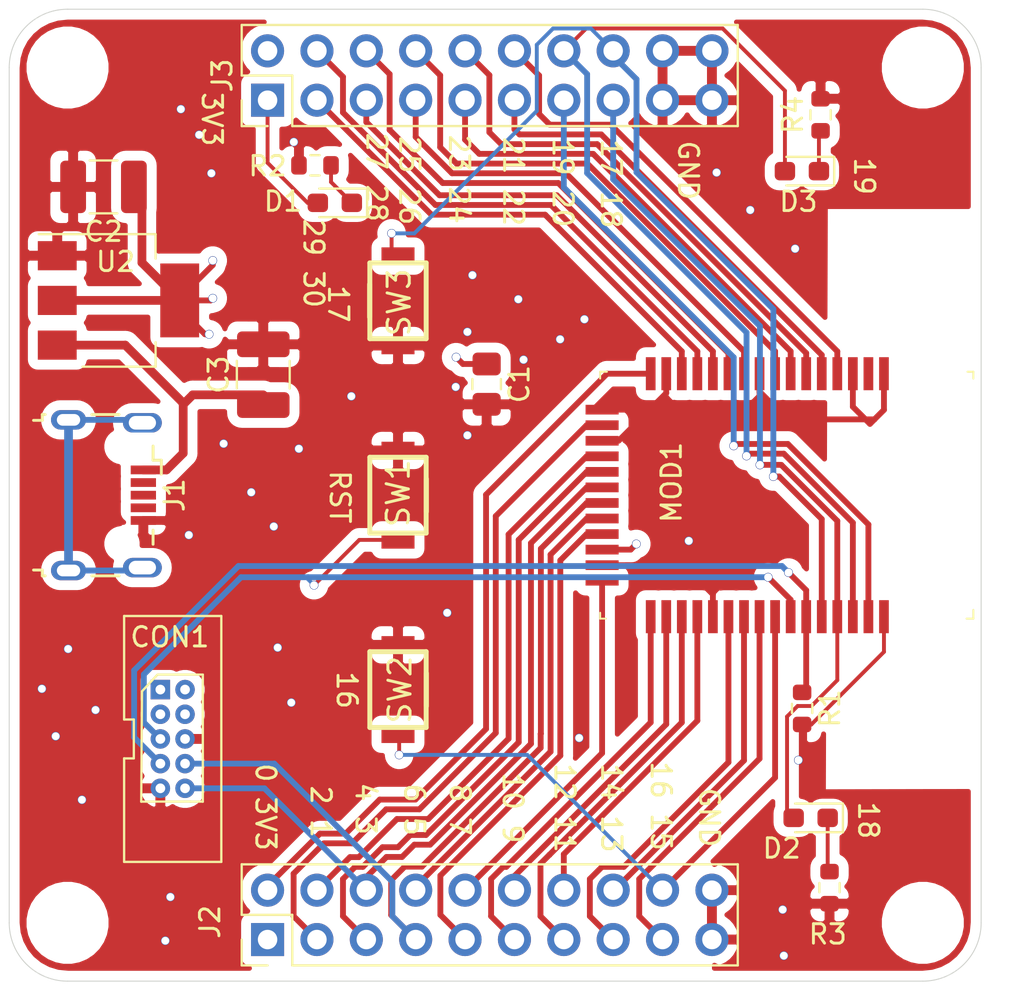
<source format=kicad_pcb>
(kicad_pcb (version 20171130) (host pcbnew "(5.1.10-1-10_14)")
  (layers (0 F.Cu signal) (1 GND signal) (2 PWR signal) (31 B.Cu signal) (34 B.Paste user) (35 F.Paste user) (36 B.SilkS user) (37 F.SilkS user) (38 B.Mask user) (39 F.Mask user) (44 Edge.Cuts user))
  (net 0 "")
  (net 1 GND)
  (net 2 +3V3)
  (net 3 SWCLK)
  (net 4 SWDIO)
  (net 5 "Net-(J1-Pad0)")
  (net 6 IO_4)
  (net 7 IO_5)
  (net 8 VBUS)
  (net 9 IO_16)
  (net 10 IO_15)
  (net 11 IO_14)
  (net 12 IO_13)
  (net 13 IO_12)
  (net 14 IO_11)
  (net 15 IO_10)
  (net 16 IO_9)
  (net 17 IO_8)
  (net 18 IO_7)
  (net 19 IO_6)
  (net 20 IO_3)
  (net 21 IO_2)
  (net 22 IO_1)
  (net 23 IO_0)
  (net 24 IO_17)
  (net 25 IO_18)
  (net 26 IO_19)
  (net 27 IO_20)
  (net 28 IO_21)
  (net 29 IO_22)
  (net 30 IO_23)
  (net 31 IO_24)
  (net 32 IO_25)
  (net 33 IO_26)
  (net 34 IO_27)
  (net 35 IO_28)
  (net 36 IO_29)
  (net 37 IO_30)
  (net 38 "Net-(D1-Pad1)")
  (net 39 "Net-(D2-Pad1)")
  (net 40 "Net-(D3-Pad1)")
  (module Capacitor_SMD:C_1210_3225Metric_Pad1.33x2.70mm_HandSolder (layer F.Cu) (at 113.07 68.8 90)
    (fp_text reference C3 (at 0 -2.3 90) (layer F.SilkS))
    (fp_text value C_Small)
    (pad 2 smd roundrect (at 1.5625 0 90) (size 1.325 2.7) (layers F.Cu F.Paste F.Mask) (roundrect_rratio 0.1886784905660377) (net 1 GND))
    (pad 1 smd roundrect (at -1.5625 0 90) (size 1.325 2.7) (layers F.Cu F.Paste F.Mask) (roundrect_rratio 0.1886784905660377) (net 8 VBUS))
  )
  (module Capacitor_SMD:C_1210_3225Metric_Pad1.33x2.70mm_HandSolder (layer F.Cu) (at 104.85 59.14 180)
    (fp_text reference C2 (at 0 -2.3) (layer F.SilkS))
    (fp_text value C_Small)
    (pad 2 smd roundrect (at 1.5625 0 180) (size 1.325 2.7) (layers F.Cu F.Paste F.Mask) (roundrect_rratio 0.1886784905660377) (net 1 GND))
    (pad 1 smd roundrect (at -1.5625 0 180) (size 1.325 2.7) (layers F.Cu F.Paste F.Mask) (roundrect_rratio 0.1886784905660377) (net 2 +3V3))
  )
  (module mybays_modules:BLUETOOTH_MODULE_BL600-SA (layer F.Cu) (at 140 75 270)
    (fp_text reference MOD1 (at -0.66 5.93 270) (layer F.SilkS))
    (fp_text value BL600-SA)
    (pad 12 smd rect (at 4.400042 9.499854 270) (size 0.5 1.7) (layers F.Cu F.Paste F.Mask) (net 17 IO_8))
    (pad 11 smd rect (at 3.599942 9.499854 270) (size 0.5 1.7) (layers F.Cu F.Paste F.Mask) (net 1 GND))
    (pad 10 smd rect (at 2.800096 9.499854 270) (size 0.5 1.7) (layers F.Cu F.Paste F.Mask) (net 2 +3V3))
    (pad 9 smd rect (at 1.999996 9.499854 270) (size 0.5 1.7) (layers F.Cu F.Paste F.Mask) (net 18 IO_7))
    (pad 8 smd rect (at 1.199896 9.499854 270) (size 0.5 1.7) (layers F.Cu F.Paste F.Mask) (net 19 IO_6))
    (pad 7 smd rect (at 0.40005 9.499854 270) (size 0.5 1.7) (layers F.Cu F.Paste F.Mask) (net 7 IO_5))
    (pad 6 smd rect (at -0.40005 9.499854 270) (size 0.5 1.7) (layers F.Cu F.Paste F.Mask) (net 6 IO_4))
    (pad 5 smd rect (at -1.199896 9.499854 270) (size 0.5 1.7) (layers F.Cu F.Paste F.Mask) (net 20 IO_3))
    (pad 4 smd rect (at -1.999996 9.499854 270) (size 0.5 1.7) (layers F.Cu F.Paste F.Mask) (net 21 IO_2))
    (pad 3 smd rect (at -2.800096 9.499854 270) (size 0.5 1.7) (layers F.Cu F.Paste F.Mask) (net 1 GND))
    (pad 2 smd rect (at -3.599942 9.499854 270) (size 0.5 1.7) (layers F.Cu F.Paste F.Mask) (net 22 IO_1))
    (pad 28 smd rect (at 6.249924 -4.99999 270) (size 1.700022 0.499872) (layers F.Cu F.Paste F.Mask) (net 1 GND))
    (pad 27 smd rect (at 6.249924 -4.19989 270) (size 1.700022 0.499872) (layers F.Cu F.Paste F.Mask) (net 27 IO_20))
    (pad 26 smd rect (at 6.249924 -3.400044 270) (size 1.700022 0.499872) (layers F.Cu F.Paste F.Mask) (net 26 IO_19))
    (pad 25 smd rect (at 6.249924 -2.599944 270) (size 1.700022 0.499872) (layers F.Cu F.Paste F.Mask) (net 25 IO_18))
    (pad 24 smd rect (at 6.249924 -1.800098 270) (size 1.700022 0.499872) (layers F.Cu F.Paste F.Mask) (net 24 IO_17))
    (pad 23 smd rect (at 6.249924 -0.999998 270) (size 1.700022 0.499872) (layers F.Cu F.Paste F.Mask) (net 3 SWCLK))
    (pad 22 smd rect (at 6.249924 -0.199898 270) (size 1.700022 0.499872) (layers F.Cu F.Paste F.Mask) (net 4 SWDIO))
    (pad 21 smd rect (at 6.249924 0.599948 270) (size 1.700022 0.499872) (layers F.Cu F.Paste F.Mask) (net 9 IO_16))
    (pad 20 smd rect (at 6.249924 1.400048 270) (size 1.700022 0.499872) (layers F.Cu F.Paste F.Mask) (net 10 IO_15))
    (pad 19 smd rect (at 6.249924 2.199894 270) (size 1.700022 0.499872) (layers F.Cu F.Paste F.Mask) (net 11 IO_14))
    (pad 18 smd rect (at 6.249924 2.999994 270) (size 1.700022 0.499872) (layers F.Cu F.Paste F.Mask) (net 12 IO_13))
    (pad 17 smd rect (at 6.249924 3.800094 270) (size 1.700022 0.499872) (layers F.Cu F.Paste F.Mask) (net 1 GND))
    (pad 16 smd rect (at 6.249924 4.59994 270) (size 1.700022 0.499872) (layers F.Cu F.Paste F.Mask) (net 13 IO_12))
    (pad 15 smd rect (at 6.249924 5.40004 270) (size 1.700022 0.499872) (layers F.Cu F.Paste F.Mask) (net 14 IO_11))
    (pad 14 smd rect (at 6.249924 6.199886 270) (size 1.700022 0.499872) (layers F.Cu F.Paste F.Mask) (net 15 IO_10))
    (pad 13 smd rect (at 6.249924 6.999986 270) (size 1.700022 0.499872) (layers F.Cu F.Paste F.Mask) (net 16 IO_9))
    (pad 44 smd rect (at -6.249924 6.999986 270) (size 1.700022 0.499872) (layers F.Cu F.Paste F.Mask) (net 23 IO_0))
    (pad 43 smd rect (at -6.249924 6.199886 270) (size 1.700022 0.499872) (layers F.Cu F.Paste F.Mask) (net 1 GND))
    (pad 42 smd rect (at -6.249924 5.40004 270) (size 1.700022 0.499872) (layers F.Cu F.Paste F.Mask) (net 37 IO_30))
    (pad 41 smd rect (at -6.249924 4.59994 270) (size 1.700022 0.499872) (layers F.Cu F.Paste F.Mask) (net 36 IO_29))
    (pad 40 smd rect (at -6.249924 3.800094 270) (size 1.700022 0.499872) (layers F.Cu F.Paste F.Mask) (net 35 IO_28))
    (pad 39 smd rect (at -6.249924 2.999994 270) (size 1.700022 0.499872) (layers F.Cu F.Paste F.Mask) (net 34 IO_27))
    (pad 38 smd rect (at -6.249924 2.199894 270) (size 1.700022 0.499872) (layers F.Cu F.Paste F.Mask) (net 33 IO_26))
    (pad 37 smd rect (at -6.249924 1.400048 270) (size 1.700022 0.499872) (layers F.Cu F.Paste F.Mask) (net 1 GND))
    (pad 36 smd rect (at -6.249924 0.599948 270) (size 1.700022 0.499872) (layers F.Cu F.Paste F.Mask) (net 32 IO_25))
    (pad 35 smd rect (at -6.249924 -0.199898 270) (size 1.700022 0.499872) (layers F.Cu F.Paste F.Mask) (net 31 IO_24))
    (pad 34 smd rect (at -6.249924 -0.999998 270) (size 1.700022 0.499872) (layers F.Cu F.Paste F.Mask) (net 30 IO_23))
    (pad 33 smd rect (at -6.249924 -1.800098 270) (size 1.700022 0.499872) (layers F.Cu F.Paste F.Mask) (net 29 IO_22))
    (pad 32 smd rect (at -6.249924 -2.599944 270) (size 1.700022 0.499872) (layers F.Cu F.Paste F.Mask) (net 28 IO_21))
    (pad 31 smd rect (at -6.249924 -3.400044 270) (size 1.700022 0.499872) (layers F.Cu F.Paste F.Mask) (net 1 GND))
    (pad 30 smd rect (at -6.249924 -4.19989 270) (size 1.700022 0.499872) (layers F.Cu F.Paste F.Mask))
    (pad 1 smd rect (at -4.400042 9.499854 270) (size 0.5 1.7) (layers F.Cu F.Paste F.Mask) (net 1 GND))
    (pad 29 smd rect (at -6.249924 -4.99999 270) (size 1.700022 0.499872) (layers F.Cu F.Paste F.Mask) (net 1 GND))
  )
  (module Capacitor_SMD:C_0805_2012Metric_Pad1.18x1.45mm_HandSolder (layer F.Cu) (at 124.56 69.2875 270)
    (fp_text reference C1 (at 0 -1.68 90) (layer F.SilkS))
    (fp_text value C_Small)
    (pad 2 smd roundrect (at 1.0375 0 270) (size 1.175 1.45) (layers F.Cu F.Paste F.Mask) (roundrect_rratio 0.2127659574468085) (net 1 GND))
    (pad 1 smd roundrect (at -1.0375 0 270) (size 1.175 1.45) (layers F.Cu F.Paste F.Mask) (roundrect_rratio 0.2127659574468085) (net 2 +3V3))
  )
  (module mybays_connector:turtlekey (layer F.Cu) (at 120 65 270)
    (fp_text reference SW3 (at -1.76 -0.06 90) (layer F.SilkS) (effects (font (size 1.143 1.143) (thickness 0.1524)) (justify right)))
    (fp_text value SW_Push)
    (pad 1 smd rect (at -2.29997 0 270) (size 0.899998 1.699997) (layers F.Cu F.Paste F.Mask) (net 24 IO_17))
    (pad 2 smd rect (at 2.29997 0 270) (size 0.899998 1.699997) (layers F.Cu F.Paste F.Mask) (net 1 GND))
  )
  (module mybays_connector:turtlekey (layer F.Cu) (at 120 85 90)
    (fp_text reference SW2 (at -1.85 0.1 90) (layer F.SilkS) (effects (font (size 1.143 1.143) (thickness 0.1524)) (justify left)))
    (fp_text value SW_Push)
    (pad 1 smd rect (at -2.29997 0 90) (size 0.899998 1.699997) (layers F.Cu F.Paste F.Mask) (net 9 IO_16))
    (pad 2 smd rect (at 2.29997 0 90) (size 0.899998 1.699997) (layers F.Cu F.Paste F.Mask) (net 1 GND))
  )
  (module mybays_connector:turtlekey (layer F.Cu) (at 120 75 90)
    (fp_text reference SW1 (at -1.74 0.01 90) (layer F.SilkS) (effects (font (size 1.143 1.143) (thickness 0.1524)) (justify left)))
    (fp_text value SW_Push)
    (pad 1 smd rect (at -2.29997 0 90) (size 0.899998 1.699997) (layers F.Cu F.Paste F.Mask) (net 4 SWDIO))
    (pad 2 smd rect (at 2.29997 0 90) (size 0.899998 1.699997) (layers F.Cu F.Paste F.Mask) (net 1 GND))
  )
  (module Resistor_SMD:R_0603_1608Metric (layer F.Cu) (at 141.74 55.43 90)
    (fp_text reference R4 (at 0 -1.43 90) (layer F.SilkS))
    (fp_text value 12K)
    (pad 2 smd roundrect (at 0.825 0 90) (size 0.8 0.95) (layers F.Cu F.Paste F.Mask) (net 1 GND))
    (pad 1 smd roundrect (at -0.825 0 90) (size 0.8 0.95) (layers F.Cu F.Paste F.Mask) (net 40 "Net-(D3-Pad1)"))
  )
  (module Resistor_SMD:R_0603_1608Metric (layer F.Cu) (at 142.2 95.19 270)
    (fp_text reference R3 (at 2.4 0.09) (layer F.SilkS))
    (fp_text value 12K)
    (pad 2 smd roundrect (at 0.825 0 270) (size 0.8 0.95) (layers F.Cu F.Paste F.Mask) (net 1 GND))
    (pad 1 smd roundrect (at -0.825 0 270) (size 0.8 0.95) (layers F.Cu F.Paste F.Mask) (net 39 "Net-(D2-Pad1)"))
  )
  (module Resistor_SMD:R_0603_1608Metric (layer F.Cu) (at 115.73 58.03 180)
    (fp_text reference R2 (at 2.44 -0.04) (layer F.SilkS))
    (fp_text value 12K)
    (pad 2 smd roundrect (at 0.825 0 180) (size 0.8 0.95) (layers F.Cu F.Paste F.Mask) (net 1 GND))
    (pad 1 smd roundrect (at -0.825 0 180) (size 0.8 0.95) (layers F.Cu F.Paste F.Mask) (net 38 "Net-(D1-Pad1)"))
  )
  (module LED_SMD:LED_0603_1608Metric_Pad1.05x0.95mm_HandSolder (layer F.Cu) (at 140.78 58.33 180)
    (fp_text reference D3 (at 0.18 -1.57) (layer F.SilkS))
    (fp_text value LED)
    (pad 2 smd roundrect (at 0.875 0 180) (size 1.05 0.95) (layers F.Cu F.Paste F.Mask) (net 26 IO_19))
    (pad 1 smd roundrect (at -0.875 0 180) (size 1.05 0.95) (layers F.Cu F.Paste F.Mask) (net 40 "Net-(D3-Pad1)"))
  )
  (module LED_SMD:LED_0603_1608Metric_Pad1.05x0.95mm_HandSolder (layer F.Cu) (at 141.23 91.6 180)
    (fp_text reference D2 (at 1.49 -1.57) (layer F.SilkS))
    (fp_text value LED)
    (pad 2 smd roundrect (at 0.875 0 180) (size 1.05 0.95) (layers F.Cu F.Paste F.Mask) (net 25 IO_18))
    (pad 1 smd roundrect (at -0.875 0 180) (size 1.05 0.95) (layers F.Cu F.Paste F.Mask) (net 39 "Net-(D2-Pad1)"))
  )
  (module LED_SMD:LED_0603_1608Metric_Pad1.05x0.95mm_HandSolder (layer F.Cu) (at 116.75 59.96 180)
    (fp_text reference D1 (at 2.67 0.07) (layer F.SilkS))
    (fp_text value LED)
    (pad 2 smd roundrect (at 0.875 0 180) (size 1.05 0.95) (layers F.Cu F.Paste F.Mask) (net 2 +3V3))
    (pad 1 smd roundrect (at -0.875 0 180) (size 1.05 0.95) (layers F.Cu F.Paste F.Mask) (net 38 "Net-(D1-Pad1)"))
  )
  (module Package_TO_SOT_SMD:SOT-223-3_TabPin2 (layer F.Cu) (at 105.62 64.98)
    (fp_text reference U2 (at -0.15 -1.99) (layer F.SilkS))
    (fp_text value LM1117-3.3)
    (pad 1 smd rect (at -3.15 -2.3) (size 2 1.5) (layers F.Cu F.Paste F.Mask) (net 1 GND))
    (pad 3 smd rect (at -3.15 2.3) (size 2 1.5) (layers F.Cu F.Paste F.Mask) (net 8 VBUS))
    (pad 2 smd rect (at -3.15 0) (size 2 1.5) (layers F.Cu F.Paste F.Mask) (net 2 +3V3))
    (pad 2 smd rect (at 3.15 0) (size 2 3.8) (layers F.Cu F.Paste F.Mask) (net 2 +3V3))
  )
  (module Resistor_SMD:R_0603_1608Metric (layer F.Cu) (at 140.79 85.97 270)
    (fp_text reference R1 (at 0 -1.43 90) (layer F.SilkS))
    (fp_text value 12K)
    (pad 2 smd roundrect (at 0.825 0 270) (size 0.8 0.95) (layers F.Cu F.Paste F.Mask) (net 1 GND))
    (pad 1 smd roundrect (at -0.825 0 270) (size 0.8 0.95) (layers F.Cu F.Paste F.Mask) (net 3 SWCLK))
  )
  (module Connector_PinHeader_2.54mm:PinHeader_2x10_P2.54mm_Vertical (layer F.Cu) (at 113.29 54.68 90)
    (fp_text reference J3 (at 1.27 -2.33 90) (layer F.SilkS))
    (fp_text value Conn_02x10_Odd_Even)
    (pad 20 thru_hole oval (at 2.54 22.86 90) (size 1.7 1.7) (drill 1) (layers *.Cu *.Mask) (net 1 GND))
    (pad 19 thru_hole oval (at 0 22.86 90) (size 1.7 1.7) (drill 1) (layers *.Cu *.Mask) (net 1 GND))
    (pad 18 thru_hole oval (at 2.54 20.32 90) (size 1.7 1.7) (drill 1) (layers *.Cu *.Mask) (net 1 GND))
    (pad 17 thru_hole oval (at 0 20.32 90) (size 1.7 1.7) (drill 1) (layers *.Cu *.Mask) (net 1 GND))
    (pad 16 thru_hole oval (at 2.54 17.78 90) (size 1.7 1.7) (drill 1) (layers *.Cu *.Mask) (net 24 IO_17))
    (pad 15 thru_hole oval (at 0 17.78 90) (size 1.7 1.7) (drill 1) (layers *.Cu *.Mask) (net 25 IO_18))
    (pad 14 thru_hole oval (at 2.54 15.24 90) (size 1.7 1.7) (drill 1) (layers *.Cu *.Mask) (net 26 IO_19))
    (pad 13 thru_hole oval (at 0 15.24 90) (size 1.7 1.7) (drill 1) (layers *.Cu *.Mask) (net 27 IO_20))
    (pad 12 thru_hole oval (at 2.54 12.7 90) (size 1.7 1.7) (drill 1) (layers *.Cu *.Mask) (net 28 IO_21))
    (pad 11 thru_hole oval (at 0 12.7 90) (size 1.7 1.7) (drill 1) (layers *.Cu *.Mask) (net 29 IO_22))
    (pad 10 thru_hole oval (at 2.54 10.16 90) (size 1.7 1.7) (drill 1) (layers *.Cu *.Mask) (net 30 IO_23))
    (pad 9 thru_hole oval (at 0 10.16 90) (size 1.7 1.7) (drill 1) (layers *.Cu *.Mask) (net 31 IO_24))
    (pad 8 thru_hole oval (at 2.54 7.62 90) (size 1.7 1.7) (drill 1) (layers *.Cu *.Mask) (net 32 IO_25))
    (pad 7 thru_hole oval (at 0 7.62 90) (size 1.7 1.7) (drill 1) (layers *.Cu *.Mask) (net 33 IO_26))
    (pad 6 thru_hole oval (at 2.54 5.08 90) (size 1.7 1.7) (drill 1) (layers *.Cu *.Mask) (net 34 IO_27))
    (pad 5 thru_hole oval (at 0 5.08 90) (size 1.7 1.7) (drill 1) (layers *.Cu *.Mask) (net 35 IO_28))
    (pad 4 thru_hole oval (at 2.54 2.54 90) (size 1.7 1.7) (drill 1) (layers *.Cu *.Mask) (net 36 IO_29))
    (pad 3 thru_hole oval (at 0 2.54 90) (size 1.7 1.7) (drill 1) (layers *.Cu *.Mask) (net 37 IO_30))
    (pad 2 thru_hole oval (at 2.54 0 90) (size 1.7 1.7) (drill 1) (layers *.Cu *.Mask) (net 2 +3V3))
    (pad 1 thru_hole rect (at 0 0 90) (size 1.7 1.7) (drill 1) (layers *.Cu *.Mask) (net 2 +3V3))
  )
  (module Connector_PinHeader_2.54mm:PinHeader_2x10_P2.54mm_Vertical (layer F.Cu) (at 113.29 97.86 90)
    (fp_text reference J2 (at 0.91 -2.96 90) (layer F.SilkS))
    (fp_text value Conn_02x10_Odd_Even)
    (pad 20 thru_hole oval (at 2.54 22.86 90) (size 1.7 1.7) (drill 1) (layers *.Cu *.Mask) (net 1 GND))
    (pad 19 thru_hole oval (at 0 22.86 90) (size 1.7 1.7) (drill 1) (layers *.Cu *.Mask) (net 1 GND))
    (pad 18 thru_hole oval (at 2.54 20.32 90) (size 1.7 1.7) (drill 1) (layers *.Cu *.Mask) (net 9 IO_16))
    (pad 17 thru_hole oval (at 0 20.32 90) (size 1.7 1.7) (drill 1) (layers *.Cu *.Mask) (net 10 IO_15))
    (pad 16 thru_hole oval (at 2.54 17.78 90) (size 1.7 1.7) (drill 1) (layers *.Cu *.Mask) (net 11 IO_14))
    (pad 15 thru_hole oval (at 0 17.78 90) (size 1.7 1.7) (drill 1) (layers *.Cu *.Mask) (net 12 IO_13))
    (pad 14 thru_hole oval (at 2.54 15.24 90) (size 1.7 1.7) (drill 1) (layers *.Cu *.Mask) (net 13 IO_12))
    (pad 13 thru_hole oval (at 0 15.24 90) (size 1.7 1.7) (drill 1) (layers *.Cu *.Mask) (net 14 IO_11))
    (pad 12 thru_hole oval (at 2.54 12.7 90) (size 1.7 1.7) (drill 1) (layers *.Cu *.Mask) (net 15 IO_10))
    (pad 11 thru_hole oval (at 0 12.7 90) (size 1.7 1.7) (drill 1) (layers *.Cu *.Mask) (net 16 IO_9))
    (pad 10 thru_hole oval (at 2.54 10.16 90) (size 1.7 1.7) (drill 1) (layers *.Cu *.Mask) (net 17 IO_8))
    (pad 9 thru_hole oval (at 0 10.16 90) (size 1.7 1.7) (drill 1) (layers *.Cu *.Mask) (net 18 IO_7))
    (pad 8 thru_hole oval (at 2.54 7.62 90) (size 1.7 1.7) (drill 1) (layers *.Cu *.Mask) (net 19 IO_6))
    (pad 7 thru_hole oval (at 0 7.62 90) (size 1.7 1.7) (drill 1) (layers *.Cu *.Mask) (net 7 IO_5))
    (pad 6 thru_hole oval (at 2.54 5.08 90) (size 1.7 1.7) (drill 1) (layers *.Cu *.Mask) (net 6 IO_4))
    (pad 5 thru_hole oval (at 0 5.08 90) (size 1.7 1.7) (drill 1) (layers *.Cu *.Mask) (net 20 IO_3))
    (pad 4 thru_hole oval (at 2.54 2.54 90) (size 1.7 1.7) (drill 1) (layers *.Cu *.Mask) (net 21 IO_2))
    (pad 3 thru_hole oval (at 0 2.54 90) (size 1.7 1.7) (drill 1) (layers *.Cu *.Mask) (net 22 IO_1))
    (pad 2 thru_hole oval (at 2.54 0 90) (size 1.7 1.7) (drill 1) (layers *.Cu *.Mask) (net 23 IO_0))
    (pad 1 thru_hole rect (at 0 0 90) (size 1.7 1.7) (drill 1) (layers *.Cu *.Mask) (net 2 +3V3))
  )
  (module mybays_connector:USB_Micro-B_Wuerth_629105150521_CircularHoles (layer F.Cu) (at 105 75 270)
    (fp_text reference J1 (at 0 -3.5 90) (layer F.SilkS))
    (fp_text value microusb)
    (pad "" np_thru_hole circle (at 2.5 -0.8 270) (size 0.8 0.8) (drill 0.8) (layers *.Cu *.Mask))
    (pad "" np_thru_hole circle (at -2.5 -0.8 270) (size 0.8 0.8) (drill 0.8) (layers *.Cu *.Mask))
    (pad 0 thru_hole oval (at 3.875 1.95 270) (size 1 1.8) (drill oval 0.6 1.2) (layers *.Cu *.Mask) (net 5 "Net-(J1-Pad0)"))
    (pad 0 thru_hole oval (at -3.875 1.95 270) (size 1 1.8) (drill oval 0.6 1.2) (layers *.Cu *.Mask) (net 5 "Net-(J1-Pad0)"))
    (pad 0 thru_hole oval (at 3.725 -1.85 270) (size 1 2) (drill oval 0.7 1.4) (layers *.Cu *.Mask) (net 5 "Net-(J1-Pad0)"))
    (pad 0 thru_hole oval (at -3.725 -1.85 270) (size 1 2) (drill oval 0.7 1.4) (layers *.Cu *.Mask) (net 5 "Net-(J1-Pad0)"))
    (pad 5 smd rect (at 1.3 -1.9 270) (size 0.45 1.3) (layers F.Cu F.Paste F.Mask) (net 1 GND))
    (pad 4 smd rect (at 0.65 -1.9 270) (size 0.45 1.3) (layers F.Cu F.Paste F.Mask))
    (pad 3 smd rect (at 0 -1.9 270) (size 0.45 1.3) (layers F.Cu F.Paste F.Mask))
    (pad 2 smd rect (at -0.65 -1.9 270) (size 0.45 1.3) (layers F.Cu F.Paste F.Mask))
    (pad 1 smd rect (at -1.3 -1.9 270) (size 0.45 1.3) (layers F.Cu F.Paste F.Mask) (net 8 VBUS))
  )
  (module MountingHole:MountingHole_3.2mm_M3 (layer F.Cu) (at 147 97)
    (fp_text reference H4 (at 0.04 -0.04) (layer F.SilkS))
    (fp_text value MountingHole)
    (pad 1 np_thru_hole circle (at 0 0) (size 3.2 3.2) (drill 3.2) (layers *.Cu *.Mask))
  )
  (module MountingHole:MountingHole_3.2mm_M3 (layer F.Cu) (at 103 97)
    (fp_text reference H3 (at -0.09 0.2) (layer F.SilkS))
    (fp_text value MountingHole)
    (pad 1 np_thru_hole circle (at 0 0) (size 3.2 3.2) (drill 3.2) (layers *.Cu *.Mask))
  )
  (module MountingHole:MountingHole_3.2mm_M3 (layer F.Cu) (at 147 53)
    (fp_text reference H2 (at -0.3 0.33) (layer F.SilkS))
    (fp_text value MountingHole)
    (pad 1 np_thru_hole circle (at 0 0) (size 3.2 3.2) (drill 3.2) (layers *.Cu *.Mask))
  )
  (module MountingHole:MountingHole_3.2mm_M3 (layer F.Cu) (at 103 53)
    (fp_text reference H1 (at -0.06 -0.22) (layer F.SilkS))
    (fp_text value MountingHole)
    (pad 1 np_thru_hole circle (at 0 0) (size 3.2 3.2) (drill 3.2) (layers *.Cu *.Mask))
  )
  (module mybays_connector:debugger_2x05_P1.27mm_Vertical (layer F.Cu) (at 108.41 87.54)
    (fp_text reference CON1 (at -0.15 -5.24) (layer F.SilkS))
    (fp_text value CORTEX-DEBUGGER)
    (pad 9 thru_hole oval (at -0.635 2.54) (size 1 1) (drill 0.5) (layers *.Cu *.Mask) (net 1 GND))
    (pad 10 thru_hole oval (at 0.635 2.54) (size 1 1) (drill 0.5) (layers *.Cu *.Mask) (net 6 IO_4))
    (pad 7 thru_hole oval (at -0.635 1.27) (size 1 1) (drill 0.5) (layers *.Cu *.Mask) (net 3 SWCLK))
    (pad 8 thru_hole oval (at 0.635 1.27) (size 1 1) (drill 0.5) (layers *.Cu *.Mask) (net 7 IO_5))
    (pad 5 thru_hole oval (at -0.635 0) (size 1 1) (drill 0.5) (layers *.Cu *.Mask) (net 4 SWDIO))
    (pad 6 thru_hole oval (at 0.635 0) (size 1 1) (drill 0.5) (layers *.Cu *.Mask) (net 1 GND))
    (pad 3 thru_hole oval (at -0.635 -1.27) (size 1 1) (drill 0.5) (layers *.Cu *.Mask) (net 2 +3V3))
    (pad 4 thru_hole oval (at 0.635 -1.27) (size 1 1) (drill 0.5) (layers *.Cu *.Mask))
    (pad 2 thru_hole oval (at 0.635 -2.54) (size 1 1) (drill 0.5) (layers *.Cu *.Mask))
    (pad 1 thru_hole rect (at -0.635 -2.54) (size 1 1) (drill 0.5) (layers *.Cu *.Mask))
  )
  (gr_text "0 3V3" (at 113.19 91.04 270) (layer F.SilkS) (effects (font (size 1 1))))
  (gr_text "2 1" (at 116.03 91.28 270) (layer F.SilkS) (effects (font (size 1 1))))
  (gr_text "4 3" (at 118.34 91.13 270) (layer F.SilkS) (effects (font (size 1 1))))
  (gr_text "6 5" (at 120.84 91.18 270) (layer F.SilkS) (effects (font (size 1 1))))
  (gr_text "8 7" (at 123.19 91.18 270) (layer F.SilkS) (effects (font (size 1 1))))
  (gr_text "10 9" (at 125.91 91.09 270) (layer F.SilkS) (effects (font (size 1 1))))
  (gr_text "12 11" (at 128.58 91.09 270) (layer F.SilkS) (effects (font (size 1 1))))
  (gr_text "14 13" (at 130.98 91.09 270) (layer F.SilkS) (effects (font (size 1 1))))
  (gr_text "16 15" (at 133.53 90.99 270) (layer F.SilkS) (effects (font (size 1 1))))
  (gr_text GND (at 136.01 91.58 270) (layer F.SilkS) (effects (font (size 1 1))))
  (gr_text 3V3 (at 110.43 55.66 270) (layer F.SilkS) (effects (font (size 1 1))))
  (gr_text "29 30" (at 115.66 63.07 270) (layer F.SilkS) (effects (font (size 1 1))))
  (gr_text "27 28" (at 118.9 58.64 270) (layer F.SilkS) (effects (font (size 1 1))))
  (gr_text "25 26" (at 120.59 58.81 270) (layer F.SilkS) (effects (font (size 1 1))))
  (gr_text "23 24" (at 123.15 58.74 270) (layer F.SilkS) (effects (font (size 1 1))))
  (gr_text "21 22" (at 125.94 58.86 270) (layer F.SilkS) (effects (font (size 1 1))))
  (gr_text "19 20" (at 128.48 58.93 270) (layer F.SilkS) (effects (font (size 1 1))))
  (gr_text "17 18" (at 130.96 58.98 270) (layer F.SilkS) (effects (font (size 1 1))))
  (gr_text GND (at 134.93 58.29 270) (layer F.SilkS) (effects (font (size 1 1))))
  (gr_text 16 (at 117.37 85.03 270) (layer F.SilkS) (effects (font (size 1 1))))
  (gr_text 17 (at 116.93 65.16 270) (layer F.SilkS) (effects (font (size 1 1))))
  (gr_text RST (at 117.01 75.09 270) (layer F.SilkS) (effects (font (size 1 1))))
  (gr_text 18 (at 144.2 91.73 270) (layer F.SilkS) (effects (font (size 1 1))))
  (gr_text 19 (at 143.99 58.59 270) (layer F.SilkS) (effects (font (size 1 1))))
  (gr_arc (start 103 97) (end 100 97) (angle -90) (layer Edge.Cuts) (width 0.05))
  (gr_arc (start 147 97) (end 147 100) (angle -90) (layer Edge.Cuts) (width 0.05))
  (gr_arc (start 147 53) (end 150 53) (angle -90) (layer Edge.Cuts) (width 0.05))
  (gr_arc (start 103 53) (end 103 50) (angle -90) (layer Edge.Cuts) (width 0.05))
  (gr_line (start 100 97) (end 100 53) (layer Edge.Cuts) (width 0.05))
  (gr_line (start 147 100) (end 103 100) (layer Edge.Cuts) (width 0.05))
  (gr_line (start 150 53) (end 150 97) (layer Edge.Cuts) (width 0.05))
  (gr_line (start 103 50) (end 147 50) (layer Edge.Cuts) (width 0.05))
  (via (at 140.6 88.63) (size 0.45) (drill 0.4) (layers F.Cu B.Cu) (net 1))
  (segment (start 140.79 88.44) (end 140.6 88.63) (width 0.3) (layer F.Cu) (net 1))
  (segment (start 140.79 86.795) (end 140.79 88.44) (width 0.3) (layer F.Cu) (net 1))
  (segment (start 134.699935 78.599942) (end 130.500146 78.599942) (width 0.3) (layer F.Cu) (net 1))
  (segment (start 136.199906 80.099913) (end 134.699935 78.599942) (width 0.3) (layer F.Cu) (net 1))
  (segment (start 136.199906 81.249924) (end 136.199906 80.099913) (width 0.3) (layer F.Cu) (net 1))
  (segment (start 144.99999 68.750076) (end 144.99999 70.61001) (width 0.3) (layer F.Cu) (net 1))
  (segment (start 143.400044 70.450044) (end 143.400044 68.750076) (width 0.3) (layer F.Cu) (net 1))
  (segment (start 144.28 71.33) (end 143.400044 70.450044) (width 0.3) (layer F.Cu) (net 1))
  (segment (start 144.51 71.1) (end 140.03 71.1) (width 0.3) (layer F.Cu) (net 1))
  (segment (start 144.99999 70.61001) (end 144.51 71.1) (width 0.3) (layer F.Cu) (net 1))
  (segment (start 144.51 71.1) (end 144.28 71.33) (width 0.3) (layer F.Cu) (net 1))
  (segment (start 138.599952 69.669952) (end 138.599952 68.750076) (width 0.3) (layer F.Cu) (net 1))
  (segment (start 140.03 71.1) (end 138.599952 69.669952) (width 0.3) (layer F.Cu) (net 1))
  (segment (start 138.599952 69.900087) (end 137.900081 70.599958) (width 0.3) (layer F.Cu) (net 1))
  (segment (start 138.599952 68.750076) (end 138.599952 69.900087) (width 0.3) (layer F.Cu) (net 1))
  (segment (start 133.800114 69.74982) (end 133.800114 68.750076) (width 0.3) (layer F.Cu) (net 1))
  (segment (start 131.35003 72.199904) (end 133.800114 69.74982) (width 0.3) (layer F.Cu) (net 1))
  (via (at 109.24 77.05) (size 0.45) (drill 0.4) (layers F.Cu B.Cu) (net 1))
  (segment (start 108.49 76.3) (end 109.24 77.05) (width 0.45) (layer F.Cu) (net 1))
  (segment (start 106.9 76.3) (end 108.49 76.3) (width 0.45) (layer F.Cu) (net 1))
  (via (at 134.96 77.35) (size 0.45) (drill 0.4) (layers F.Cu B.Cu) (net 1))
  (segment (start 134.699935 77.610065) (end 134.96 77.35) (width 0.45) (layer F.Cu) (net 1))
  (segment (start 134.699935 78.599942) (end 134.699935 77.610065) (width 0.45) (layer F.Cu) (net 1))
  (segment (start 144.99999 83.06001) (end 144.99999 81.249924) (width 0.2) (layer F.Cu) (net 1))
  (segment (start 141.265 86.795) (end 144.99999 83.06001) (width 0.2) (layer F.Cu) (net 1))
  (segment (start 140.79 86.795) (end 141.265 86.795) (width 0.2) (layer F.Cu) (net 1))
  (segment (start 132.529958 71.019976) (end 132.529958 70.599958) (width 0.2) (layer F.Cu) (net 1))
  (segment (start 130.500146 72.199904) (end 131.35003 72.199904) (width 0.2) (layer F.Cu) (net 1))
  (segment (start 131.35003 72.199904) (end 132.529958 71.019976) (width 0.2) (layer F.Cu) (net 1))
  (segment (start 132.529958 70.599958) (end 130.500146 70.599958) (width 0.3) (layer F.Cu) (net 1))
  (segment (start 137.900081 70.599958) (end 132.529958 70.599958) (width 0.3) (layer F.Cu) (net 1))
  (via (at 129.32 87.49) (size 0.45) (drill 0.4) (layers F.Cu B.Cu) (net 1))
  (segment (start 129.43 87.38) (end 129.32 87.49) (width 0.2) (layer F.Cu) (net 1))
  (via (at 108.83 55.14) (size 0.45) (drill 0.4) (layers F.Cu B.Cu) (net 1))
  (via (at 109.77 56.46) (size 0.45) (drill 0.4) (layers F.Cu B.Cu) (net 1))
  (via (at 110.4 58.44) (size 0.45) (drill 0.4) (layers F.Cu B.Cu) (net 1))
  (via (at 114.64 56.83) (size 0.45) (drill 0.4) (layers F.Cu B.Cu) (net 1))
  (segment (start 114.905 57.095) (end 114.64 56.83) (width 0.2) (layer F.Cu) (net 1))
  (segment (start 114.905 58.03) (end 114.905 57.095) (width 0.2) (layer F.Cu) (net 1))
  (via (at 123.83 63.68) (size 0.45) (drill 0.4) (layers F.Cu B.Cu) (net 1))
  (via (at 126.19 64.92) (size 0.45) (drill 0.4) (layers F.Cu B.Cu) (net 1))
  (via (at 122.97 69.43) (size 0.45) (drill 0.4) (layers F.Cu B.Cu) (net 1))
  (via (at 123.57 66.6) (size 0.45) (drill 0.4) (layers F.Cu B.Cu) (net 1))
  (via (at 126.46 68.03) (size 0.45) (drill 0.4) (layers F.Cu B.Cu) (net 1))
  (via (at 123.57 71.92) (size 0.45) (drill 0.4) (layers F.Cu B.Cu) (net 1))
  (via (at 129.59 65.95) (size 0.45) (drill 0.4) (layers F.Cu B.Cu) (net 1))
  (via (at 128.34 66.98) (size 0.45) (drill 0.4) (layers F.Cu B.Cu) (net 1))
  (via (at 117.6 69.91) (size 0.45) (drill 0.4) (layers F.Cu B.Cu) (net 1))
  (via (at 112.45 74.85) (size 0.45) (drill 0.4) (layers F.Cu B.Cu) (net 1))
  (via (at 113.61 76.61) (size 0.45) (drill 0.4) (layers F.Cu B.Cu) (net 1))
  (via (at 114.9 72.61) (size 0.45) (drill 0.4) (layers F.Cu B.Cu) (net 1))
  (via (at 111.03 72.35) (size 0.45) (drill 0.4) (layers F.Cu B.Cu) (net 1))
  (via (at 114.51 85.67) (size 0.45) (drill 0.4) (layers F.Cu B.Cu) (net 1))
  (via (at 113.81 82.84) (size 0.45) (drill 0.4) (layers F.Cu B.Cu) (net 1))
  (via (at 103.03 82.91) (size 0.45) (drill 0.4) (layers F.Cu B.Cu) (net 1))
  (via (at 102.39 87.4) (size 0.45) (drill 0.4) (layers F.Cu B.Cu) (net 1))
  (via (at 103.74 90.67) (size 0.45) (drill 0.4) (layers F.Cu B.Cu) (net 1))
  (via (at 104.44 86.05) (size 0.45) (drill 0.4) (layers F.Cu B.Cu) (net 1))
  (via (at 101.68 84.96) (size 0.45) (drill 0.4) (layers F.Cu B.Cu) (net 1))
  (via (at 140.43 62.32) (size 0.45) (drill 0.4) (layers F.Cu B.Cu) (net 1))
  (via (at 136.39 58.4) (size 0.45) (drill 0.4) (layers F.Cu B.Cu) (net 1))
  (via (at 138.12 60.33) (size 0.45) (drill 0.4) (layers F.Cu B.Cu) (net 1))
  (via (at 139.79 96.32) (size 0.45) (drill 0.4) (layers F.Cu B.Cu) (net 1))
  (via (at 139.85 98.69) (size 0.45) (drill 0.4) (layers F.Cu B.Cu) (net 1))
  (via (at 108.29 95.67) (size 0.45) (drill 0.4) (layers F.Cu B.Cu) (net 1))
  (via (at 108.03 97.92) (size 0.45) (drill 0.4) (layers F.Cu B.Cu) (net 1))
  (via (at 122.53 81.05) (size 0.45) (drill 0.4) (layers F.Cu B.Cu) (net 1))
  (via (at 110.47 64.87) (size 0.45) (drill 0.4) (layers F.Cu B.Cu) (net 2))
  (segment (start 110.36 64.98) (end 110.47 64.87) (width 0.3) (layer F.Cu) (net 2))
  (segment (start 108.77 64.98) (end 110.36 64.98) (width 0.3) (layer F.Cu) (net 2))
  (segment (start 108.77 64.98) (end 108.77 65.42) (width 0.3) (layer F.Cu) (net 2))
  (via (at 110.28 66.72) (size 0.45) (drill 0.4) (layers F.Cu B.Cu) (net 2))
  (segment (start 110.07 66.72) (end 110.28 66.72) (width 0.3) (layer F.Cu) (net 2))
  (segment (start 108.77 65.42) (end 110.07 66.72) (width 0.3) (layer F.Cu) (net 2))
  (segment (start 108.77 64.98) (end 108.77 64.86) (width 0.3) (layer F.Cu) (net 2))
  (via (at 110.47 62.93) (size 0.45) (drill 0.4) (layers F.Cu B.Cu) (net 2))
  (segment (start 110.47 63.16) (end 110.47 62.93) (width 0.3) (layer F.Cu) (net 2))
  (segment (start 108.77 64.86) (end 110.47 63.16) (width 0.3) (layer F.Cu) (net 2))
  (via (at 132.26 77.51) (size 0.45) (drill 0.4) (layers F.Cu B.Cu) (net 2))
  (segment (start 131.969904 77.800096) (end 132.26 77.51) (width 0.3) (layer F.Cu) (net 2))
  (segment (start 130.500146 77.800096) (end 131.969904 77.800096) (width 0.3) (layer F.Cu) (net 2))
  (segment (start 102.47 64.98) (end 102.9 64.98) (width 0.45) (layer F.Cu) (net 2))
  (segment (start 102.9 64.98) (end 108.77 64.98) (width 0.45) (layer F.Cu) (net 2))
  (segment (start 113.29 57.9) (end 113.29 54.68) (width 0.2) (layer F.Cu) (net 2))
  (segment (start 115.35 59.96) (end 113.29 57.9) (width 0.2) (layer F.Cu) (net 2))
  (segment (start 115.875 59.96) (end 115.35 59.96) (width 0.2) (layer F.Cu) (net 2))
  (segment (start 106.8275 63.0375) (end 108.77 64.98) (width 0.45) (layer F.Cu) (net 2))
  (segment (start 106.8275 59.15) (end 106.8275 63.0375) (width 0.45) (layer F.Cu) (net 2))
  (segment (start 130.500146 77.800096) (end 129.775638 77.800096) (width 0.2) (layer F.Cu) (net 2))
  (via (at 122.99 67.9) (size 0.45) (drill 0.4) (layers F.Cu B.Cu) (net 2))
  (segment (start 123.34 68.25) (end 122.99 67.9) (width 0.3) (layer F.Cu) (net 2))
  (segment (start 124.56 68.25) (end 123.34 68.25) (width 0.3) (layer F.Cu) (net 2))
  (via (at 140.09 78.98) (size 0.45) (drill 0.4) (layers F.Cu B.Cu) (net 3))
  (segment (start 106.424989 84.012889) (end 111.792879 78.644999) (width 0.3) (layer B.Cu) (net 3))
  (segment (start 139.754999 78.644999) (end 140.09 78.98) (width 0.3) (layer B.Cu) (net 3))
  (segment (start 106.424989 87.459989) (end 106.424989 84.012889) (width 0.3) (layer B.Cu) (net 3))
  (segment (start 111.792879 78.644999) (end 139.754999 78.644999) (width 0.3) (layer B.Cu) (net 3))
  (segment (start 107.775 88.81) (end 106.424989 87.459989) (width 0.3) (layer B.Cu) (net 3))
  (segment (start 140.999998 79.889998) (end 140.999998 81.249924) (width 0.3) (layer F.Cu) (net 3))
  (segment (start 140.09 78.98) (end 140.999998 79.889998) (width 0.3) (layer F.Cu) (net 3))
  (segment (start 140.999998 84.935002) (end 140.79 85.145) (width 0.3) (layer F.Cu) (net 3))
  (segment (start 140.999998 81.249924) (end 140.999998 84.935002) (width 0.3) (layer F.Cu) (net 3))
  (via (at 139.04 79.22) (size 0.45) (drill 0.4) (layers F.Cu B.Cu) (net 4))
  (segment (start 106.924999 84.219999) (end 111.924998 79.22) (width 0.3) (layer B.Cu) (net 4))
  (segment (start 106.924999 86.689999) (end 106.924999 84.219999) (width 0.3) (layer B.Cu) (net 4))
  (segment (start 107.775 87.54) (end 106.924999 86.689999) (width 0.3) (layer B.Cu) (net 4))
  (segment (start 140.199898 80.379898) (end 140.199898 81.249924) (width 0.3) (layer F.Cu) (net 4))
  (segment (start 139.04 79.22) (end 140.199898 80.379898) (width 0.3) (layer F.Cu) (net 4))
  (via (at 115.68 79.63) (size 0.45) (drill 0.4) (layers F.Cu B.Cu) (net 4))
  (segment (start 118.01003 77.29997) (end 115.68 79.63) (width 0.2) (layer F.Cu) (net 4))
  (segment (start 120 77.29997) (end 118.01003 77.29997) (width 0.2) (layer F.Cu) (net 4))
  (segment (start 115.38 79.33) (end 115.38 79.22) (width 0.2) (layer B.Cu) (net 4))
  (segment (start 115.68 79.63) (end 115.38 79.33) (width 0.2) (layer B.Cu) (net 4))
  (segment (start 115.38 79.22) (end 139.04 79.22) (width 0.3) (layer B.Cu) (net 4))
  (segment (start 111.924998 79.22) (end 115.38 79.22) (width 0.3) (layer B.Cu) (net 4))
  (segment (start 106.7 78.875) (end 106.85 78.725) (width 0.3) (layer B.Cu) (net 5))
  (segment (start 103.05 78.875) (end 106.7 78.875) (width 0.3) (layer B.Cu) (net 5))
  (segment (start 106.7 71.125) (end 106.85 71.275) (width 0.3) (layer B.Cu) (net 5))
  (segment (start 103.05 71.125) (end 106.7 71.125) (width 0.3) (layer B.Cu) (net 5))
  (segment (start 103.05 78.875) (end 103.05 71.125) (width 0.45) (layer B.Cu) (net 5))
  (segment (start 126.84 77.46513) (end 126.84 87.78864) (width 0.3) (layer F.Cu) (net 6))
  (segment (start 129.70518 74.59995) (end 126.84 77.46513) (width 0.3) (layer F.Cu) (net 6))
  (segment (start 130.500146 74.59995) (end 129.70518 74.59995) (width 0.3) (layer F.Cu) (net 6))
  (segment (start 126.84 87.78864) (end 121.64864 92.98) (width 0.3) (layer F.Cu) (net 6))
  (segment (start 120.84 92.98) (end 120.21001 93.60999) (width 0.3) (layer F.Cu) (net 6))
  (segment (start 120.21001 93.60999) (end 119.41001 93.60999) (width 0.3) (layer F.Cu) (net 6))
  (segment (start 121.64864 92.98) (end 120.84 92.98) (width 0.3) (layer F.Cu) (net 6))
  (segment (start 118.37 94.65) (end 118.37 95.32) (width 0.3) (layer F.Cu) (net 6))
  (segment (start 119.41001 93.60999) (end 118.37 94.65) (width 0.3) (layer F.Cu) (net 6))
  (segment (start 113.13 90.08) (end 118.37 95.32) (width 0.3) (layer B.Cu) (net 6))
  (segment (start 109.045 90.08) (end 113.13 90.08) (width 0.3) (layer B.Cu) (net 6))
  (segment (start 119.65 94.803998) (end 119.65 96.6) (width 0.3) (layer F.Cu) (net 7))
  (segment (start 120.343998 94.11) (end 119.65 94.803998) (width 0.3) (layer F.Cu) (net 7))
  (segment (start 121.22576 94.11) (end 120.343998 94.11) (width 0.3) (layer F.Cu) (net 7))
  (segment (start 119.65 96.6) (end 120.91 97.86) (width 0.3) (layer F.Cu) (net 7))
  (segment (start 127.34 87.99576) (end 121.22576 94.11) (width 0.3) (layer F.Cu) (net 7))
  (segment (start 127.34998 77.754996) (end 127.34998 87.27002) (width 0.3) (layer F.Cu) (net 7))
  (segment (start 127.34 87.28) (end 127.34 87.99576) (width 0.3) (layer F.Cu) (net 7))
  (segment (start 130.500146 75.40005) (end 129.704926 75.40005) (width 0.3) (layer F.Cu) (net 7))
  (segment (start 127.34998 87.27002) (end 127.34 87.28) (width 0.3) (layer F.Cu) (net 7))
  (segment (start 129.704926 75.40005) (end 127.34998 77.754996) (width 0.3) (layer F.Cu) (net 7))
  (segment (start 119.709999 96.659999) (end 120.91 97.86) (width 0.3) (layer B.Cu) (net 7))
  (segment (start 119.709999 94.883997) (end 119.709999 96.659999) (width 0.3) (layer B.Cu) (net 7))
  (segment (start 113.636002 88.81) (end 119.709999 94.883997) (width 0.3) (layer B.Cu) (net 7))
  (segment (start 109.045 88.81) (end 113.636002 88.81) (width 0.3) (layer B.Cu) (net 7))
  (segment (start 106.9 73.7) (end 108.09 73.7) (width 0.45) (layer F.Cu) (net 8))
  (segment (start 108.09 73.7) (end 108.95 72.84) (width 0.45) (layer F.Cu) (net 8))
  (segment (start 105.97 67.28) (end 102.47 67.28) (width 0.45) (layer F.Cu) (net 8))
  (segment (start 108.95 70.26) (end 105.97 67.28) (width 0.45) (layer F.Cu) (net 8))
  (segment (start 109.4425 69.8375) (end 108.95 70.33) (width 0.45) (layer F.Cu) (net 8))
  (segment (start 113.07 69.8375) (end 109.4425 69.8375) (width 0.45) (layer F.Cu) (net 8))
  (segment (start 108.95 70.33) (end 108.95 70.26) (width 0.45) (layer F.Cu) (net 8))
  (segment (start 108.95 72.84) (end 108.95 70.33) (width 0.45) (layer F.Cu) (net 8))
  (segment (start 139.400052 89.529948) (end 133.61 95.32) (width 0.3) (layer F.Cu) (net 9))
  (segment (start 139.400052 81.249924) (end 139.400052 89.529948) (width 0.3) (layer F.Cu) (net 9))
  (via (at 120.06 88.36) (size 0.45) (drill 0.4) (layers F.Cu B.Cu) (net 9))
  (segment (start 126.65 88.36) (end 120.06 88.36) (width 0.2) (layer B.Cu) (net 9))
  (segment (start 133.61 95.32) (end 126.65 88.36) (width 0.2) (layer B.Cu) (net 9))
  (segment (start 120.06 87.35997) (end 120 87.29997) (width 0.2) (layer F.Cu) (net 9))
  (segment (start 120.06 88.36) (end 120.06 87.35997) (width 0.2) (layer F.Cu) (net 9))
  (segment (start 132.409999 96.659999) (end 133.61 97.86) (width 0.3) (layer F.Cu) (net 10))
  (segment (start 132.409999 94.743999) (end 132.409999 96.659999) (width 0.3) (layer F.Cu) (net 10))
  (segment (start 138.599952 88.554046) (end 132.409999 94.743999) (width 0.3) (layer F.Cu) (net 10))
  (segment (start 138.599952 81.249924) (end 138.599952 88.554046) (width 0.3) (layer F.Cu) (net 10))
  (segment (start 137.800106 81.249924) (end 137.800106 88.646772) (width 0.3) (layer F.Cu) (net 11))
  (segment (start 131.126878 95.32) (end 131.07 95.32) (width 0.3) (layer F.Cu) (net 11))
  (segment (start 137.800106 88.646772) (end 131.126878 95.32) (width 0.3) (layer F.Cu) (net 11))
  (segment (start 137.000006 81.249924) (end 137.000006 88.739752) (width 0.3) (layer F.Cu) (net 12))
  (segment (start 129.869999 94.743999) (end 129.869999 96.659999) (width 0.3) (layer F.Cu) (net 12))
  (segment (start 129.869999 96.659999) (end 131.07 97.86) (width 0.3) (layer F.Cu) (net 12))
  (segment (start 130.493999 94.119999) (end 129.869999 94.743999) (width 0.3) (layer F.Cu) (net 12))
  (segment (start 131.619759 94.119999) (end 130.493999 94.119999) (width 0.3) (layer F.Cu) (net 12))
  (segment (start 137.000006 88.739752) (end 131.619759 94.119999) (width 0.3) (layer F.Cu) (net 12))
  (segment (start 135.40006 81.249924) (end 135.40006 86.59994) (width 0.3) (layer F.Cu) (net 13))
  (segment (start 128.53 93.47) (end 128.53 95.32) (width 0.3) (layer F.Cu) (net 13))
  (segment (start 135.40006 86.59994) (end 128.53 93.47) (width 0.3) (layer F.Cu) (net 13))
  (segment (start 134.59996 86.69292) (end 127.79288 93.5) (width 0.3) (layer F.Cu) (net 14))
  (segment (start 134.59996 81.249924) (end 134.59996 86.69292) (width 0.3) (layer F.Cu) (net 14))
  (segment (start 127.79288 93.5) (end 127.79 93.5) (width 0.3) (layer F.Cu) (net 14))
  (segment (start 127.329999 96.659999) (end 128.53 97.86) (width 0.3) (layer F.Cu) (net 14))
  (segment (start 127.329999 93.960001) (end 127.329999 96.659999) (width 0.3) (layer F.Cu) (net 14))
  (segment (start 127.79 93.5) (end 127.329999 93.960001) (width 0.3) (layer F.Cu) (net 14))
  (segment (start 133.800114 86.782766) (end 125.99 94.59288) (width 0.3) (layer F.Cu) (net 15))
  (segment (start 125.99 94.59288) (end 125.99 95.32) (width 0.3) (layer F.Cu) (net 15))
  (segment (start 133.800114 81.249924) (end 133.800114 86.782766) (width 0.3) (layer F.Cu) (net 15))
  (segment (start 133.000014 81.249924) (end 133.000014 86.689986) (width 0.3) (layer F.Cu) (net 16))
  (segment (start 124.789999 96.659999) (end 125.99 97.86) (width 0.3) (layer F.Cu) (net 16))
  (segment (start 124.789999 94.743999) (end 124.789999 96.659999) (width 0.3) (layer F.Cu) (net 16))
  (segment (start 125.413999 94.119999) (end 124.789999 94.743999) (width 0.3) (layer F.Cu) (net 16))
  (segment (start 125.570001 94.119999) (end 125.413999 94.119999) (width 0.3) (layer F.Cu) (net 16))
  (segment (start 133.000014 86.689986) (end 125.570001 94.119999) (width 0.3) (layer F.Cu) (net 16))
  (segment (start 130.500146 88.269854) (end 123.45 95.32) (width 0.3) (layer F.Cu) (net 17))
  (segment (start 130.500146 79.400042) (end 130.500146 88.269854) (width 0.3) (layer F.Cu) (net 17))
  (segment (start 129.704926 76.999996) (end 128.35 78.354922) (width 0.3) (layer F.Cu) (net 18))
  (segment (start 130.500146 76.999996) (end 129.704926 76.999996) (width 0.3) (layer F.Cu) (net 18))
  (segment (start 128.35 78.354922) (end 128.35 88.4) (width 0.3) (layer F.Cu) (net 18))
  (segment (start 128.35 88.4) (end 122.18 94.57) (width 0.3) (layer F.Cu) (net 18))
  (segment (start 122.18 96.59) (end 123.45 97.86) (width 0.3) (layer F.Cu) (net 18))
  (segment (start 122.18 94.57) (end 122.18 96.59) (width 0.3) (layer F.Cu) (net 18))
  (segment (start 129.70518 76.199896) (end 127.84999 78.055086) (width 0.3) (layer F.Cu) (net 19))
  (segment (start 130.500146 76.199896) (end 129.70518 76.199896) (width 0.3) (layer F.Cu) (net 19))
  (segment (start 120.91 95.13288) (end 120.91 95.32) (width 0.3) (layer F.Cu) (net 19))
  (segment (start 127.84999 88.19289) (end 120.91 95.13288) (width 0.3) (layer F.Cu) (net 19))
  (segment (start 127.84999 78.055086) (end 127.84999 88.19289) (width 0.3) (layer F.Cu) (net 19))
  (segment (start 126.21 87.71152) (end 121.44153 92.47999) (width 0.3) (layer F.Cu) (net 20))
  (segment (start 117.169999 94.743999) (end 117.169999 96.659999) (width 0.3) (layer F.Cu) (net 20))
  (segment (start 117.793999 94.119999) (end 117.169999 94.743999) (width 0.3) (layer F.Cu) (net 20))
  (segment (start 119.2029 93.10998) (end 118.192881 94.119999) (width 0.3) (layer F.Cu) (net 20))
  (segment (start 117.169999 96.659999) (end 118.37 97.86) (width 0.3) (layer F.Cu) (net 20))
  (segment (start 121.44153 92.47999) (end 120.63289 92.47999) (width 0.3) (layer F.Cu) (net 20))
  (segment (start 118.192881 94.119999) (end 117.793999 94.119999) (width 0.3) (layer F.Cu) (net 20))
  (segment (start 120.0029 93.10998) (end 119.2029 93.10998) (width 0.3) (layer F.Cu) (net 20))
  (segment (start 130.500146 73.800104) (end 129.704926 73.800104) (width 0.3) (layer F.Cu) (net 20))
  (segment (start 126.21 77.29503) (end 126.21 87.71152) (width 0.3) (layer F.Cu) (net 20))
  (segment (start 120.63289 92.47999) (end 120.0029 93.10998) (width 0.3) (layer F.Cu) (net 20))
  (segment (start 129.704926 73.800104) (end 126.21 77.29503) (width 0.3) (layer F.Cu) (net 20))
  (segment (start 117.530011 93.619989) (end 115.83 95.32) (width 0.3) (layer F.Cu) (net 21))
  (segment (start 117.985771 93.619989) (end 117.530011 93.619989) (width 0.3) (layer F.Cu) (net 21))
  (segment (start 119.94576 91.66) (end 117.985771 93.619989) (width 0.3) (layer F.Cu) (net 21))
  (segment (start 121.5544 91.66) (end 119.94576 91.66) (width 0.3) (layer F.Cu) (net 21))
  (segment (start 130.500146 73.000004) (end 129.704926 73.000004) (width 0.3) (layer F.Cu) (net 21))
  (segment (start 125.69 87.5244) (end 121.5544 91.66) (width 0.3) (layer F.Cu) (net 21))
  (segment (start 125.69 77.01493) (end 125.69 87.5244) (width 0.3) (layer F.Cu) (net 21))
  (segment (start 129.704926 73.000004) (end 125.69 77.01493) (width 0.3) (layer F.Cu) (net 21))
  (segment (start 129.704926 71.400058) (end 125.03 76.074984) (width 0.3) (layer F.Cu) (net 22))
  (segment (start 130.500146 71.400058) (end 129.704926 71.400058) (width 0.3) (layer F.Cu) (net 22))
  (segment (start 125.03 76.074984) (end 125.03 87.23) (width 0.3) (layer F.Cu) (net 22))
  (segment (start 121.10001 91.15999) (end 119.39001 91.15999) (width 0.3) (layer F.Cu) (net 22))
  (segment (start 125.03 87.23) (end 121.10001 91.15999) (width 0.3) (layer F.Cu) (net 22))
  (segment (start 119.39001 91.15999) (end 117.64 92.91) (width 0.3) (layer F.Cu) (net 22))
  (segment (start 117.64 92.91) (end 116.19 92.91) (width 0.3) (layer F.Cu) (net 22))
  (segment (start 114.629999 96.659999) (end 115.83 97.86) (width 0.3) (layer F.Cu) (net 22))
  (segment (start 114.629999 94.470001) (end 114.629999 96.659999) (width 0.3) (layer F.Cu) (net 22))
  (segment (start 116.19 92.91) (end 114.629999 94.470001) (width 0.3) (layer F.Cu) (net 22))
  (segment (start 113.29 95.10288) (end 113.29 95.32) (width 0.3) (layer F.Cu) (net 23))
  (segment (start 115.98289 92.40999) (end 113.29 95.10288) (width 0.3) (layer F.Cu) (net 23))
  (segment (start 119.06002 90.65998) (end 117.31001 92.40999) (width 0.3) (layer F.Cu) (net 23))
  (segment (start 124.52999 87.02289) (end 120.8929 90.65998) (width 0.3) (layer F.Cu) (net 23))
  (segment (start 130.754962 68.750076) (end 124.52999 74.975048) (width 0.3) (layer F.Cu) (net 23))
  (segment (start 120.8929 90.65998) (end 119.06002 90.65998) (width 0.3) (layer F.Cu) (net 23))
  (segment (start 117.31001 92.40999) (end 115.98289 92.40999) (width 0.3) (layer F.Cu) (net 23))
  (segment (start 124.52999 74.975048) (end 124.52999 87.02289) (width 0.3) (layer F.Cu) (net 23))
  (segment (start 133.000014 68.750076) (end 130.754962 68.750076) (width 0.3) (layer F.Cu) (net 23))
  (segment (start 141.800098 81.249924) (end 141.800098 76.230098) (width 0.3) (layer F.Cu) (net 24))
  (via (at 139.31 74.04) (size 0.45) (drill 0.4) (layers F.Cu B.Cu) (net 24))
  (segment (start 139.61 74.04) (end 139.31 74.04) (width 0.3) (layer F.Cu) (net 24))
  (segment (start 141.800098 76.230098) (end 139.61 74.04) (width 0.3) (layer F.Cu) (net 24))
  (segment (start 139.31 74.04) (end 139.31 65.43) (width 0.3) (layer B.Cu) (net 24))
  (segment (start 132.270001 58.390001) (end 132.270001 53.600001) (width 0.3) (layer B.Cu) (net 24))
  (segment (start 139.31 65.43) (end 132.270001 58.390001) (width 0.3) (layer B.Cu) (net 24))
  (segment (start 131.07 52.4) (end 131.07 52.14) (width 0.3) (layer B.Cu) (net 24))
  (segment (start 132.270001 53.600001) (end 131.07 52.4) (width 0.3) (layer B.Cu) (net 24))
  (via (at 119.67 61.53) (size 0.45) (drill 0.4) (layers F.Cu B.Cu) (net 24))
  (segment (start 120.842002 61.53) (end 119.67 61.53) (width 0.2) (layer B.Cu) (net 24))
  (segment (start 129.919999 50.989999) (end 127.977999 50.989999) (width 0.2) (layer B.Cu) (net 24))
  (segment (start 127.140001 55.232001) (end 120.842002 61.53) (width 0.2) (layer B.Cu) (net 24))
  (segment (start 127.977999 50.989999) (end 127.140001 51.827997) (width 0.2) (layer B.Cu) (net 24))
  (segment (start 127.140001 51.827997) (end 127.140001 55.232001) (width 0.2) (layer B.Cu) (net 24))
  (segment (start 131.07 52.14) (end 129.919999 50.989999) (width 0.2) (layer B.Cu) (net 24))
  (segment (start 119.67 62.37003) (end 120 62.70003) (width 0.2) (layer F.Cu) (net 24))
  (segment (start 119.67 61.53) (end 119.67 62.37003) (width 0.2) (layer F.Cu) (net 24))
  (via (at 138.62 73.44) (size 0.45) (drill 0.4) (layers F.Cu B.Cu) (net 25))
  (segment (start 139.71712 73.44) (end 138.62 73.44) (width 0.3) (layer F.Cu) (net 25))
  (segment (start 142.599944 76.322824) (end 139.71712 73.44) (width 0.3) (layer F.Cu) (net 25))
  (segment (start 142.599944 81.249924) (end 142.599944 76.322824) (width 0.3) (layer F.Cu) (net 25))
  (segment (start 138.62 73.44) (end 138.62 66.3) (width 0.3) (layer B.Cu) (net 25))
  (segment (start 131.07 58.75) (end 131.07 54.68) (width 0.3) (layer B.Cu) (net 25))
  (segment (start 138.62 66.3) (end 131.07 58.75) (width 0.3) (layer B.Cu) (net 25))
  (segment (start 142.599944 84.517178) (end 142.599944 81.249924) (width 0.2) (layer F.Cu) (net 25))
  (segment (start 141.272112 85.84501) (end 142.599944 84.517178) (width 0.2) (layer F.Cu) (net 25))
  (segment (start 140.557868 85.84501) (end 141.272112 85.84501) (width 0.2) (layer F.Cu) (net 25))
  (segment (start 140.01499 91.25999) (end 140.01499 86.387888) (width 0.2) (layer F.Cu) (net 25))
  (segment (start 140.01499 86.387888) (end 140.557868 85.84501) (width 0.2) (layer F.Cu) (net 25))
  (segment (start 140.355 91.6) (end 140.01499 91.25999) (width 0.2) (layer F.Cu) (net 25))
  (via (at 137.93 72.98) (size 0.45) (drill 0.4) (layers F.Cu B.Cu) (net 26))
  (segment (start 138.045001 72.864999) (end 137.93 72.98) (width 0.3) (layer F.Cu) (net 26))
  (segment (start 139.849239 72.864999) (end 138.045001 72.864999) (width 0.3) (layer F.Cu) (net 26))
  (segment (start 143.400044 76.415804) (end 139.849239 72.864999) (width 0.3) (layer F.Cu) (net 26))
  (segment (start 143.400044 81.249924) (end 143.400044 76.415804) (width 0.3) (layer F.Cu) (net 26))
  (segment (start 137.93 72.98) (end 137.93 66.63) (width 0.3) (layer B.Cu) (net 26))
  (segment (start 129.730001 53.340001) (end 128.53 52.14) (width 0.3) (layer B.Cu) (net 26))
  (segment (start 129.730001 58.430001) (end 129.730001 53.340001) (width 0.3) (layer B.Cu) (net 26))
  (segment (start 137.93 66.63) (end 129.730001 58.430001) (width 0.3) (layer B.Cu) (net 26))
  (segment (start 136.702001 50.989999) (end 129.680001 50.989999) (width 0.2) (layer F.Cu) (net 26))
  (segment (start 129.680001 50.989999) (end 128.53 52.14) (width 0.2) (layer F.Cu) (net 26))
  (segment (start 139.905 54.192998) (end 136.702001 50.989999) (width 0.2) (layer F.Cu) (net 26))
  (segment (start 139.905 58.33) (end 139.905 54.192998) (width 0.2) (layer F.Cu) (net 26))
  (via (at 137.27 72.46) (size 0.45) (drill 0.4) (layers F.Cu B.Cu) (net 27))
  (segment (start 137.365011 72.364989) (end 137.27 72.46) (width 0.3) (layer F.Cu) (net 27))
  (segment (start 140.056349 72.364989) (end 137.365011 72.364989) (width 0.3) (layer F.Cu) (net 27))
  (segment (start 144.19989 76.50853) (end 140.056349 72.364989) (width 0.3) (layer F.Cu) (net 27))
  (segment (start 144.19989 81.249924) (end 144.19989 76.50853) (width 0.3) (layer F.Cu) (net 27))
  (segment (start 137.27 72.46) (end 137.27 67.91) (width 0.3) (layer B.Cu) (net 27))
  (segment (start 128.53 59.17) (end 128.53 54.68) (width 0.3) (layer B.Cu) (net 27))
  (segment (start 137.27 67.91) (end 128.53 59.17) (width 0.3) (layer B.Cu) (net 27))
  (segment (start 142.599944 67.600065) (end 130.939819 55.93994) (width 0.3) (layer F.Cu) (net 28))
  (segment (start 142.599944 68.750076) (end 142.599944 67.600065) (width 0.3) (layer F.Cu) (net 28))
  (segment (start 130.939819 55.93994) (end 127.80994 55.93994) (width 0.3) (layer F.Cu) (net 28))
  (segment (start 127.80994 55.93994) (end 127.26 55.39) (width 0.3) (layer F.Cu) (net 28))
  (segment (start 127.26 53.41) (end 125.99 52.14) (width 0.3) (layer F.Cu) (net 28))
  (segment (start 127.26 55.39) (end 127.26 53.41) (width 0.3) (layer F.Cu) (net 28))
  (segment (start 141.800098 68.750076) (end 141.800098 67.786025) (width 0.3) (layer F.Cu) (net 29))
  (segment (start 141.800098 67.786025) (end 130.454023 56.43995) (width 0.3) (layer F.Cu) (net 29))
  (segment (start 130.454023 56.43995) (end 126.24995 56.43995) (width 0.3) (layer F.Cu) (net 29))
  (segment (start 125.99 56.18) (end 125.99 54.68) (width 0.3) (layer F.Cu) (net 29))
  (segment (start 126.24995 56.43995) (end 125.99 56.18) (width 0.3) (layer F.Cu) (net 29))
  (segment (start 124.7 53.39) (end 123.45 52.14) (width 0.3) (layer F.Cu) (net 30))
  (segment (start 140.999998 67.693045) (end 130.246913 56.93996) (width 0.3) (layer F.Cu) (net 30))
  (segment (start 124.7 56.33) (end 124.7 53.39) (width 0.3) (layer F.Cu) (net 30))
  (segment (start 130.246913 56.93996) (end 125.30996 56.93996) (width 0.3) (layer F.Cu) (net 30))
  (segment (start 125.30996 56.93996) (end 124.7 56.33) (width 0.3) (layer F.Cu) (net 30))
  (segment (start 140.999998 68.750076) (end 140.999998 67.693045) (width 0.3) (layer F.Cu) (net 30))
  (segment (start 140.199898 67.600065) (end 130.039803 57.43997) (width 0.3) (layer F.Cu) (net 31))
  (segment (start 140.199898 68.750076) (end 140.199898 67.600065) (width 0.3) (layer F.Cu) (net 31))
  (segment (start 130.039803 57.43997) (end 124.17997 57.43997) (width 0.3) (layer F.Cu) (net 31))
  (segment (start 123.45 56.71) (end 123.45 54.68) (width 0.3) (layer F.Cu) (net 31))
  (segment (start 124.17997 57.43997) (end 123.45 56.71) (width 0.3) (layer F.Cu) (net 31))
  (segment (start 139.400052 67.600065) (end 129.739967 57.93998) (width 0.3) (layer F.Cu) (net 32))
  (segment (start 139.400052 68.750076) (end 139.400052 67.600065) (width 0.3) (layer F.Cu) (net 32))
  (segment (start 129.739967 57.93998) (end 123.00998 57.93998) (width 0.3) (layer F.Cu) (net 32))
  (segment (start 123.00998 57.93998) (end 122.17 57.1) (width 0.3) (layer F.Cu) (net 32))
  (segment (start 122.17 53.4) (end 120.91 52.14) (width 0.3) (layer F.Cu) (net 32))
  (segment (start 122.17 57.1) (end 122.17 53.4) (width 0.3) (layer F.Cu) (net 32))
  (segment (start 137.800106 67.600065) (end 128.640031 58.43999) (width 0.3) (layer F.Cu) (net 33))
  (segment (start 137.800106 68.750076) (end 137.800106 67.600065) (width 0.3) (layer F.Cu) (net 33))
  (segment (start 128.640031 58.43999) (end 122.77999 58.43999) (width 0.3) (layer F.Cu) (net 33))
  (segment (start 120.91 56.57) (end 120.91 54.68) (width 0.3) (layer F.Cu) (net 33))
  (segment (start 122.77999 58.43999) (end 120.91 56.57) (width 0.3) (layer F.Cu) (net 33))
  (segment (start 137.000006 68.750076) (end 137.000006 67.693045) (width 0.3) (layer F.Cu) (net 34))
  (segment (start 137.000006 67.693045) (end 128.246961 58.94) (width 0.3) (layer F.Cu) (net 34))
  (segment (start 128.246961 58.94) (end 122.3 58.94) (width 0.3) (layer F.Cu) (net 34))
  (segment (start 119.570001 53.340001) (end 118.37 52.14) (width 0.3) (layer F.Cu) (net 34))
  (segment (start 119.570001 56.210001) (end 119.570001 53.340001) (width 0.3) (layer F.Cu) (net 34))
  (segment (start 122.3 58.94) (end 119.570001 56.210001) (width 0.3) (layer F.Cu) (net 34))
  (segment (start 136.199906 67.600065) (end 128.169821 59.56998) (width 0.3) (layer F.Cu) (net 35))
  (segment (start 136.199906 68.750076) (end 136.199906 67.600065) (width 0.3) (layer F.Cu) (net 35))
  (segment (start 128.169821 59.56998) (end 122.13422 59.56998) (width 0.3) (layer F.Cu) (net 35))
  (segment (start 118.37 55.80576) (end 118.37 54.68) (width 0.3) (layer F.Cu) (net 35))
  (segment (start 122.13422 59.56998) (end 118.37 55.80576) (width 0.3) (layer F.Cu) (net 35))
  (segment (start 135.40006 67.600065) (end 127.869985 60.06999) (width 0.3) (layer F.Cu) (net 36))
  (segment (start 135.40006 68.750076) (end 135.40006 67.600065) (width 0.3) (layer F.Cu) (net 36))
  (segment (start 127.869985 60.06999) (end 121.92711 60.06999) (width 0.3) (layer F.Cu) (net 36))
  (segment (start 117.169999 53.479999) (end 115.83 52.14) (width 0.3) (layer F.Cu) (net 36))
  (segment (start 117.169999 55.312879) (end 117.169999 53.479999) (width 0.3) (layer F.Cu) (net 36))
  (segment (start 121.92711 60.06999) (end 117.169999 55.312879) (width 0.3) (layer F.Cu) (net 36))
  (segment (start 134.59996 67.600065) (end 127.569895 60.57) (width 0.3) (layer F.Cu) (net 37))
  (segment (start 134.59996 68.750076) (end 134.59996 67.600065) (width 0.3) (layer F.Cu) (net 37))
  (segment (start 121.72 60.57) (end 115.83 54.68) (width 0.3) (layer F.Cu) (net 37))
  (segment (start 127.569895 60.57) (end 121.72 60.57) (width 0.3) (layer F.Cu) (net 37))
  (segment (start 116.555 58.89) (end 117.625 59.96) (width 0.2) (layer F.Cu) (net 38))
  (segment (start 116.555 58.03) (end 116.555 58.89) (width 0.2) (layer F.Cu) (net 38))
  (segment (start 142.105 94.27) (end 142.2 94.365) (width 0.2) (layer F.Cu) (net 39))
  (segment (start 142.105 91.6) (end 142.105 94.27) (width 0.2) (layer F.Cu) (net 39))
  (segment (start 141.655 56.34) (end 141.74 56.255) (width 0.2) (layer F.Cu) (net 40))
  (segment (start 141.655 58.33) (end 141.655 56.34) (width 0.2) (layer F.Cu) (net 40))
  (zone (net 0) (net_name "") (layers F.Cu GND PWR B.Cu) (connect_pads (clearance 0.508)) (min_thickness 0.254)
    (keepout (tracks allowed) (vias not_allowed) (copperpour not_allowed))
    (fill (arc_segments 32) (thermal_gap 0.508) (thermal_bridge_width 0.508))
    (polygon (pts (xy 152.172047 90.109146) (xy 142.012047 90.129146) (xy 142.112047 60.279146) (xy 152.212047 60.279146)))
  )
  (zone (net 1) (net_name GND) (layer F.Cu) (connect_pads (clearance 0.508)) (min_thickness 0.254) (fill yes (arc_segments 32) (thermal_gap 0.508) (thermal_bridge_width 0.508))
    (polygon (pts (xy 150 100) (xy 100 100) (xy 100 50) (xy 150 50)))
  )
)
</source>
